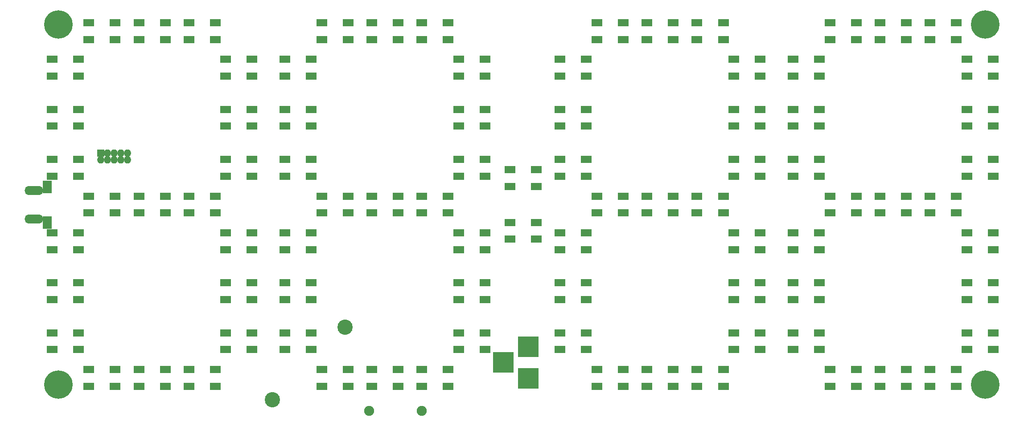
<source format=gbr>
G04 #@! TF.GenerationSoftware,KiCad,Pcbnew,(5.0.0)*
G04 #@! TF.CreationDate,2020-11-20T22:11:44-05:00*
G04 #@! TF.ProjectId,WS2812B Mini Clock,57533238313242204D696E6920436C6F,rev?*
G04 #@! TF.SameCoordinates,Original*
G04 #@! TF.FileFunction,Soldermask,Top*
G04 #@! TF.FilePolarity,Negative*
%FSLAX46Y46*%
G04 Gerber Fmt 4.6, Leading zero omitted, Abs format (unit mm)*
G04 Created by KiCad (PCBNEW (5.0.0)) date 11/20/20 22:11:44*
%MOMM*%
%LPD*%
G01*
G04 APERTURE LIST*
%ADD10R,2.000000X1.400000*%
%ADD11C,5.400000*%
%ADD12C,2.900000*%
%ADD13O,3.550000X1.700000*%
%ADD14R,1.800000X2.400000*%
%ADD15R,1.400000X1.400000*%
%ADD16O,1.400000X1.400000*%
%ADD17C,1.900000*%
%ADD18R,3.900000X3.900000*%
G04 APERTURE END LIST*
D10*
G04 #@! TO.C,U71*
X191500000Y-85650000D03*
X191500000Y-88850000D03*
X196500000Y-85650000D03*
X196500000Y-88850000D03*
G04 #@! TD*
G04 #@! TO.C,U54*
X147250000Y-85650000D03*
X147250000Y-88850000D03*
X152250000Y-85650000D03*
X152250000Y-88850000D03*
G04 #@! TD*
G04 #@! TO.C,U58*
X147250000Y-109150000D03*
X147250000Y-112350000D03*
X152250000Y-109150000D03*
X152250000Y-112350000D03*
G04 #@! TD*
G04 #@! TO.C,U49*
X147250000Y-95150000D03*
X147250000Y-98350000D03*
X152250000Y-95150000D03*
X152250000Y-98350000D03*
G04 #@! TD*
G04 #@! TO.C,U59*
X147250000Y-76150000D03*
X147250000Y-79350000D03*
X152250000Y-76150000D03*
X152250000Y-79350000D03*
G04 #@! TD*
G04 #@! TO.C,U53*
X147250000Y-118650000D03*
X147250000Y-121850000D03*
X152250000Y-118650000D03*
X152250000Y-121850000D03*
G04 #@! TD*
G04 #@! TO.C,U89*
X217500000Y-102150000D03*
X217500000Y-105350000D03*
X222500000Y-102150000D03*
X222500000Y-105350000D03*
G04 #@! TD*
G04 #@! TO.C,U80*
X217500000Y-135150000D03*
X217500000Y-138350000D03*
X222500000Y-135150000D03*
X222500000Y-138350000D03*
G04 #@! TD*
G04 #@! TO.C,U86*
X224500000Y-95150000D03*
X224500000Y-98350000D03*
X229500000Y-95150000D03*
X229500000Y-98350000D03*
G04 #@! TD*
G04 #@! TO.C,U67*
X198500000Y-69150000D03*
X198500000Y-72350000D03*
X203500000Y-69150000D03*
X203500000Y-72350000D03*
G04 #@! TD*
G04 #@! TO.C,U82*
X224500000Y-85650000D03*
X224500000Y-88850000D03*
X229500000Y-85650000D03*
X229500000Y-88850000D03*
G04 #@! TD*
G04 #@! TO.C,U72*
X208000000Y-69150000D03*
X208000000Y-72350000D03*
X213000000Y-69150000D03*
X213000000Y-72350000D03*
G04 #@! TD*
G04 #@! TO.C,U87*
X224500000Y-128150000D03*
X224500000Y-131350000D03*
X229500000Y-128150000D03*
X229500000Y-131350000D03*
G04 #@! TD*
G04 #@! TO.C,U83*
X224500000Y-118650000D03*
X224500000Y-121850000D03*
X229500000Y-118650000D03*
X229500000Y-121850000D03*
G04 #@! TD*
G04 #@! TO.C,U79*
X224500000Y-109150000D03*
X224500000Y-112350000D03*
X229500000Y-109150000D03*
X229500000Y-112350000D03*
G04 #@! TD*
G04 #@! TO.C,U66*
X191500000Y-95150000D03*
X191500000Y-98350000D03*
X196500000Y-95150000D03*
X196500000Y-98350000D03*
G04 #@! TD*
G04 #@! TO.C,U76*
X191500000Y-76150000D03*
X191500000Y-79350000D03*
X196500000Y-76150000D03*
X196500000Y-79350000D03*
G04 #@! TD*
G04 #@! TO.C,U85*
X208000000Y-102150000D03*
X208000000Y-105350000D03*
X213000000Y-102150000D03*
X213000000Y-105350000D03*
G04 #@! TD*
G04 #@! TO.C,U81*
X198500000Y-102150000D03*
X198500000Y-105350000D03*
X203500000Y-102150000D03*
X203500000Y-105350000D03*
G04 #@! TD*
G04 #@! TO.C,U88*
X198500000Y-135150000D03*
X198500000Y-138350000D03*
X203500000Y-135150000D03*
X203500000Y-138350000D03*
G04 #@! TD*
G04 #@! TO.C,U78*
X224500000Y-76150000D03*
X224500000Y-79350000D03*
X229500000Y-76150000D03*
X229500000Y-79350000D03*
G04 #@! TD*
G04 #@! TO.C,U75*
X191500000Y-109150000D03*
X191500000Y-112350000D03*
X196500000Y-109150000D03*
X196500000Y-112350000D03*
G04 #@! TD*
G04 #@! TO.C,U77*
X217500000Y-69150000D03*
X217500000Y-72350000D03*
X222500000Y-69150000D03*
X222500000Y-72350000D03*
G04 #@! TD*
G04 #@! TO.C,U84*
X208000000Y-135150000D03*
X208000000Y-138350000D03*
X213000000Y-135150000D03*
X213000000Y-138350000D03*
G04 #@! TD*
G04 #@! TO.C,U50*
X154250000Y-69150000D03*
X154250000Y-72350000D03*
X159250000Y-69150000D03*
X159250000Y-72350000D03*
G04 #@! TD*
G04 #@! TO.C,U73*
X154250000Y-135150000D03*
X154250000Y-138350000D03*
X159250000Y-135150000D03*
X159250000Y-138350000D03*
G04 #@! TD*
G04 #@! TO.C,U56*
X180250000Y-85650000D03*
X180250000Y-88850000D03*
X185250000Y-85650000D03*
X185250000Y-88850000D03*
G04 #@! TD*
G04 #@! TO.C,U65*
X191500000Y-128150000D03*
X191500000Y-131350000D03*
X196500000Y-128150000D03*
X196500000Y-131350000D03*
G04 #@! TD*
G04 #@! TO.C,U57*
X180250000Y-118650000D03*
X180250000Y-121850000D03*
X185250000Y-118650000D03*
X185250000Y-121850000D03*
G04 #@! TD*
G04 #@! TO.C,U55*
X163750000Y-69150000D03*
X163750000Y-72350000D03*
X168750000Y-69150000D03*
X168750000Y-72350000D03*
G04 #@! TD*
G04 #@! TO.C,U62*
X180250000Y-128150000D03*
X180250000Y-131350000D03*
X185250000Y-128150000D03*
X185250000Y-131350000D03*
G04 #@! TD*
G04 #@! TO.C,U48*
X147250000Y-128150000D03*
X147250000Y-131350000D03*
X152250000Y-128150000D03*
X152250000Y-131350000D03*
G04 #@! TD*
G04 #@! TO.C,U51*
X180250000Y-76150000D03*
X180250000Y-79350000D03*
X185250000Y-76150000D03*
X185250000Y-79350000D03*
G04 #@! TD*
G04 #@! TO.C,U64*
X154250000Y-102150000D03*
X154250000Y-105350000D03*
X159250000Y-102150000D03*
X159250000Y-105350000D03*
G04 #@! TD*
G04 #@! TO.C,U70*
X191500000Y-118650000D03*
X191500000Y-121850000D03*
X196500000Y-118650000D03*
X196500000Y-121850000D03*
G04 #@! TD*
G04 #@! TO.C,U63*
X173250000Y-135150000D03*
X173250000Y-138350000D03*
X178250000Y-135150000D03*
X178250000Y-138350000D03*
G04 #@! TD*
G04 #@! TO.C,U74*
X173250000Y-102150000D03*
X173250000Y-105350000D03*
X178250000Y-102150000D03*
X178250000Y-105350000D03*
G04 #@! TD*
G04 #@! TO.C,U68*
X163750000Y-135150000D03*
X163750000Y-138350000D03*
X168750000Y-135150000D03*
X168750000Y-138350000D03*
G04 #@! TD*
G04 #@! TO.C,U52*
X180250000Y-109150000D03*
X180250000Y-112350000D03*
X185250000Y-109150000D03*
X185250000Y-112350000D03*
G04 #@! TD*
G04 #@! TO.C,U61*
X180250000Y-95150000D03*
X180250000Y-98350000D03*
X185250000Y-95150000D03*
X185250000Y-98350000D03*
G04 #@! TD*
G04 #@! TO.C,U60*
X173250000Y-69150000D03*
X173250000Y-72350000D03*
X178250000Y-69150000D03*
X178250000Y-72350000D03*
G04 #@! TD*
G04 #@! TO.C,U69*
X163750000Y-102150000D03*
X163750000Y-105350000D03*
X168750000Y-102150000D03*
X168750000Y-105350000D03*
G04 #@! TD*
G04 #@! TO.C,U6*
X50750000Y-76150000D03*
X50750000Y-79350000D03*
X55750000Y-76150000D03*
X55750000Y-79350000D03*
G04 #@! TD*
G04 #@! TO.C,U3*
X50750000Y-109150000D03*
X50750000Y-112350000D03*
X55750000Y-109150000D03*
X55750000Y-112350000D03*
G04 #@! TD*
G04 #@! TO.C,U4*
X50750000Y-95150000D03*
X50750000Y-98350000D03*
X55750000Y-95150000D03*
X55750000Y-98350000D03*
G04 #@! TD*
G04 #@! TO.C,U5*
X50750000Y-85650000D03*
X50750000Y-88850000D03*
X55750000Y-85650000D03*
X55750000Y-88850000D03*
G04 #@! TD*
G04 #@! TO.C,U2*
X50750000Y-118650000D03*
X50750000Y-121850000D03*
X55750000Y-118650000D03*
X55750000Y-121850000D03*
G04 #@! TD*
G04 #@! TO.C,U1*
X50750000Y-128150000D03*
X50750000Y-131350000D03*
X55750000Y-128150000D03*
X55750000Y-131350000D03*
G04 #@! TD*
G04 #@! TO.C,U7*
X57750000Y-69150000D03*
X57750000Y-72350000D03*
X62750000Y-69150000D03*
X62750000Y-72350000D03*
G04 #@! TD*
G04 #@! TO.C,U8*
X67250000Y-69150000D03*
X67250000Y-72350000D03*
X72250000Y-69150000D03*
X72250000Y-72350000D03*
G04 #@! TD*
G04 #@! TO.C,U9*
X76750000Y-69150000D03*
X76750000Y-72350000D03*
X81750000Y-69150000D03*
X81750000Y-72350000D03*
G04 #@! TD*
G04 #@! TO.C,U10*
X83750000Y-76150000D03*
X83750000Y-79350000D03*
X88750000Y-76150000D03*
X88750000Y-79350000D03*
G04 #@! TD*
G04 #@! TO.C,U11*
X83750000Y-85650000D03*
X83750000Y-88850000D03*
X88750000Y-85650000D03*
X88750000Y-88850000D03*
G04 #@! TD*
G04 #@! TO.C,U12*
X83750000Y-95150000D03*
X83750000Y-98350000D03*
X88750000Y-95150000D03*
X88750000Y-98350000D03*
G04 #@! TD*
G04 #@! TO.C,U13*
X83750000Y-109150000D03*
X83750000Y-112350000D03*
X88750000Y-109150000D03*
X88750000Y-112350000D03*
G04 #@! TD*
G04 #@! TO.C,U14*
X83750000Y-118650000D03*
X83750000Y-121850000D03*
X88750000Y-118650000D03*
X88750000Y-121850000D03*
G04 #@! TD*
G04 #@! TO.C,U15*
X83750000Y-128150000D03*
X83750000Y-131350000D03*
X88750000Y-128150000D03*
X88750000Y-131350000D03*
G04 #@! TD*
G04 #@! TO.C,U16*
X76750000Y-135150000D03*
X76750000Y-138350000D03*
X81750000Y-135150000D03*
X81750000Y-138350000D03*
G04 #@! TD*
G04 #@! TO.C,U17*
X67250000Y-135150000D03*
X67250000Y-138350000D03*
X72250000Y-135150000D03*
X72250000Y-138350000D03*
G04 #@! TD*
G04 #@! TO.C,U18*
X57750000Y-135150000D03*
X57750000Y-138350000D03*
X62750000Y-135150000D03*
X62750000Y-138350000D03*
G04 #@! TD*
G04 #@! TO.C,U19*
X57750000Y-102150000D03*
X57750000Y-105350000D03*
X62750000Y-102150000D03*
X62750000Y-105350000D03*
G04 #@! TD*
G04 #@! TO.C,U20*
X67250000Y-102150000D03*
X67250000Y-105350000D03*
X72250000Y-102150000D03*
X72250000Y-105350000D03*
G04 #@! TD*
G04 #@! TO.C,U21*
X76750000Y-102150000D03*
X76750000Y-105350000D03*
X81750000Y-102150000D03*
X81750000Y-105350000D03*
G04 #@! TD*
G04 #@! TO.C,U22*
X95000000Y-128150000D03*
X95000000Y-131350000D03*
X100000000Y-128150000D03*
X100000000Y-131350000D03*
G04 #@! TD*
G04 #@! TO.C,U23*
X95000000Y-118650000D03*
X95000000Y-121850000D03*
X100000000Y-118650000D03*
X100000000Y-121850000D03*
G04 #@! TD*
G04 #@! TO.C,U27*
X95000000Y-109150000D03*
X95000000Y-112350000D03*
X100000000Y-109150000D03*
X100000000Y-112350000D03*
G04 #@! TD*
G04 #@! TO.C,U28*
X95000000Y-95150000D03*
X95000000Y-98350000D03*
X100000000Y-95150000D03*
X100000000Y-98350000D03*
G04 #@! TD*
G04 #@! TO.C,U29*
X95000000Y-85650000D03*
X95000000Y-88850000D03*
X100000000Y-85650000D03*
X100000000Y-88850000D03*
G04 #@! TD*
G04 #@! TO.C,U30*
X95000000Y-76150000D03*
X95000000Y-79350000D03*
X100000000Y-76150000D03*
X100000000Y-79350000D03*
G04 #@! TD*
G04 #@! TO.C,U31*
X102000000Y-69150000D03*
X102000000Y-72350000D03*
X107000000Y-69150000D03*
X107000000Y-72350000D03*
G04 #@! TD*
G04 #@! TO.C,U32*
X111500000Y-69150000D03*
X111500000Y-72350000D03*
X116500000Y-69150000D03*
X116500000Y-72350000D03*
G04 #@! TD*
G04 #@! TO.C,U33*
X121000000Y-69150000D03*
X121000000Y-72350000D03*
X126000000Y-69150000D03*
X126000000Y-72350000D03*
G04 #@! TD*
G04 #@! TO.C,U34*
X128000000Y-76150000D03*
X128000000Y-79350000D03*
X133000000Y-76150000D03*
X133000000Y-79350000D03*
G04 #@! TD*
G04 #@! TO.C,U35*
X128000000Y-85650000D03*
X128000000Y-88850000D03*
X133000000Y-85650000D03*
X133000000Y-88850000D03*
G04 #@! TD*
G04 #@! TO.C,U36*
X128000000Y-95150000D03*
X128000000Y-98350000D03*
X133000000Y-95150000D03*
X133000000Y-98350000D03*
G04 #@! TD*
G04 #@! TO.C,U37*
X128000000Y-109150000D03*
X128000000Y-112350000D03*
X133000000Y-109150000D03*
X133000000Y-112350000D03*
G04 #@! TD*
G04 #@! TO.C,U38*
X128000000Y-118650000D03*
X128000000Y-121850000D03*
X133000000Y-118650000D03*
X133000000Y-121850000D03*
G04 #@! TD*
G04 #@! TO.C,U39*
X128000000Y-128150000D03*
X128000000Y-131350000D03*
X133000000Y-128150000D03*
X133000000Y-131350000D03*
G04 #@! TD*
G04 #@! TO.C,U40*
X121000000Y-135150000D03*
X121000000Y-138350000D03*
X126000000Y-135150000D03*
X126000000Y-138350000D03*
G04 #@! TD*
G04 #@! TO.C,U41*
X111500000Y-135150000D03*
X111500000Y-138350000D03*
X116500000Y-135150000D03*
X116500000Y-138350000D03*
G04 #@! TD*
G04 #@! TO.C,U42*
X102000000Y-135150000D03*
X102000000Y-138350000D03*
X107000000Y-135150000D03*
X107000000Y-138350000D03*
G04 #@! TD*
G04 #@! TO.C,U43*
X102000000Y-102150000D03*
X102000000Y-105350000D03*
X107000000Y-102150000D03*
X107000000Y-105350000D03*
G04 #@! TD*
G04 #@! TO.C,U44*
X111500000Y-102150000D03*
X111500000Y-105350000D03*
X116500000Y-102150000D03*
X116500000Y-105350000D03*
G04 #@! TD*
G04 #@! TO.C,U45*
X121000000Y-102150000D03*
X121000000Y-105350000D03*
X126000000Y-102150000D03*
X126000000Y-105350000D03*
G04 #@! TD*
G04 #@! TO.C,U46*
X137750000Y-97150000D03*
X137750000Y-100350000D03*
X142750000Y-97150000D03*
X142750000Y-100350000D03*
G04 #@! TD*
G04 #@! TO.C,U47*
X137750000Y-107150000D03*
X137750000Y-110350000D03*
X142750000Y-107150000D03*
X142750000Y-110350000D03*
G04 #@! TD*
D11*
G04 #@! TO.C,REF3*
X228000000Y-69500000D03*
G04 #@! TD*
G04 #@! TO.C,REF4*
X228000000Y-138000000D03*
G04 #@! TD*
G04 #@! TO.C,REF2*
X52000000Y-69500000D03*
G04 #@! TD*
D12*
G04 #@! TO.C,U24*
X92618272Y-140881728D03*
X106406854Y-127093146D03*
G04 #@! TD*
D13*
G04 #@! TO.C,USB1*
X47280000Y-101075000D03*
D14*
X49830000Y-100375000D03*
X49830000Y-107225000D03*
D13*
X47280000Y-106525000D03*
G04 #@! TD*
D15*
G04 #@! TO.C,J1*
X60000000Y-94000000D03*
D16*
X60000000Y-95270000D03*
X61270000Y-94000000D03*
X61270000Y-95270000D03*
X62540000Y-94000000D03*
X62540000Y-95270000D03*
X63810000Y-94000000D03*
X63810000Y-95270000D03*
X65080000Y-94000000D03*
X65080000Y-95270000D03*
G04 #@! TD*
D11*
G04 #@! TO.C,REF\002A\002A*
X52000000Y-138000000D03*
G04 #@! TD*
D17*
G04 #@! TO.C,J2*
X111000000Y-143000000D03*
G04 #@! TD*
G04 #@! TO.C,J3*
X121000000Y-143000000D03*
G04 #@! TD*
D18*
G04 #@! TO.C,J4*
X141200000Y-130800000D03*
X141200000Y-136800000D03*
X136500000Y-133800000D03*
G04 #@! TD*
M02*

</source>
